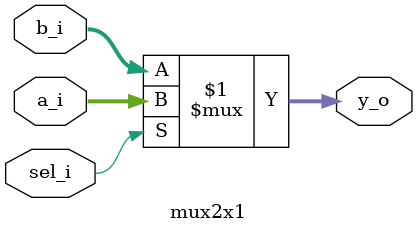
<source format=sv>
module mux2x1(
  input wire [15:0] a_i,
  
  input wire[15:0] b_i,
  input wire sel_i,
  output [15:0]y_o );
  
assign y_o=sel_i?a_i:b_i;
   endmodule

</source>
